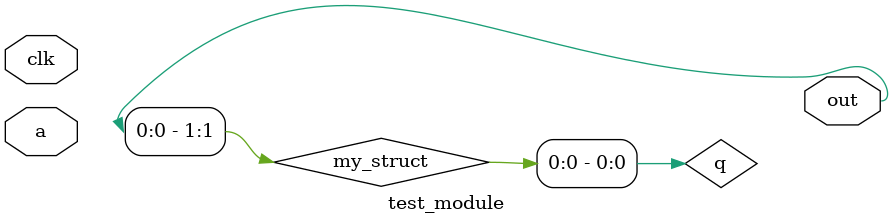
<source format=sv>
module test_module(
  input logic clk,
  input logic a,
  output logic out
);
  typedef struct packed {
    logic field1;
    logic field2;
  } my_struct_t;
  my_struct_t my_struct;
  logic q;
  always_ff @(posedge clk) begin
    q <= a;
  end
  always_comb begin
    my_struct.field2 = q;
  end
  assign out = my_struct.field1;
endmodule

</source>
